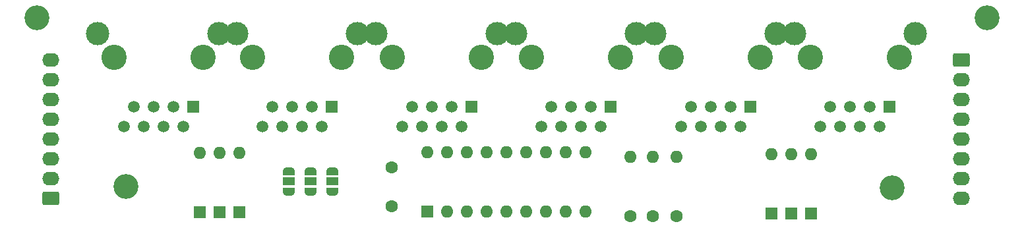
<source format=gts>
G04 #@! TF.GenerationSoftware,KiCad,Pcbnew,7.0.1*
G04 #@! TF.CreationDate,2023-07-05T16:18:13-05:00*
G04 #@! TF.ProjectId,pn5180 mcp23008 breakout board,706e3531-3830-4206-9d63-703233303038,rev?*
G04 #@! TF.SameCoordinates,Original*
G04 #@! TF.FileFunction,Soldermask,Top*
G04 #@! TF.FilePolarity,Negative*
%FSLAX46Y46*%
G04 Gerber Fmt 4.6, Leading zero omitted, Abs format (unit mm)*
G04 Created by KiCad (PCBNEW 7.0.1) date 2023-07-05 16:18:13*
%MOMM*%
%LPD*%
G01*
G04 APERTURE LIST*
G04 Aperture macros list*
%AMRoundRect*
0 Rectangle with rounded corners*
0 $1 Rounding radius*
0 $2 $3 $4 $5 $6 $7 $8 $9 X,Y pos of 4 corners*
0 Add a 4 corners polygon primitive as box body*
4,1,4,$2,$3,$4,$5,$6,$7,$8,$9,$2,$3,0*
0 Add four circle primitives for the rounded corners*
1,1,$1+$1,$2,$3*
1,1,$1+$1,$4,$5*
1,1,$1+$1,$6,$7*
1,1,$1+$1,$8,$9*
0 Add four rect primitives between the rounded corners*
20,1,$1+$1,$2,$3,$4,$5,0*
20,1,$1+$1,$4,$5,$6,$7,0*
20,1,$1+$1,$6,$7,$8,$9,0*
20,1,$1+$1,$8,$9,$2,$3,0*%
%AMFreePoly0*
4,1,19,0.550000,-0.750000,0.000000,-0.750000,0.000000,-0.744911,-0.071157,-0.744911,-0.207708,-0.704816,-0.327430,-0.627875,-0.420627,-0.520320,-0.479746,-0.390866,-0.500000,-0.250000,-0.500000,0.250000,-0.479746,0.390866,-0.420627,0.520320,-0.327430,0.627875,-0.207708,0.704816,-0.071157,0.744911,0.000000,0.744911,0.000000,0.750000,0.550000,0.750000,0.550000,-0.750000,0.550000,-0.750000,
$1*%
%AMFreePoly1*
4,1,19,0.000000,0.744911,0.071157,0.744911,0.207708,0.704816,0.327430,0.627875,0.420627,0.520320,0.479746,0.390866,0.500000,0.250000,0.500000,-0.250000,0.479746,-0.390866,0.420627,-0.520320,0.327430,-0.627875,0.207708,-0.704816,0.071157,-0.744911,0.000000,-0.744911,0.000000,-0.750000,-0.550000,-0.750000,-0.550000,0.750000,0.000000,0.750000,0.000000,0.744911,0.000000,0.744911,
$1*%
G04 Aperture macros list end*
%ADD10R,1.600000X1.600000*%
%ADD11O,1.600000X1.600000*%
%ADD12C,3.000000*%
%ADD13C,1.500000*%
%ADD14R,1.500000X1.500000*%
%ADD15C,3.250000*%
%ADD16C,3.200000*%
%ADD17FreePoly0,90.000000*%
%ADD18R,1.500000X1.000000*%
%ADD19FreePoly1,90.000000*%
%ADD20RoundRect,0.250000X-0.845000X0.620000X-0.845000X-0.620000X0.845000X-0.620000X0.845000X0.620000X0*%
%ADD21O,2.190000X1.740000*%
%ADD22C,1.600000*%
%ADD23RoundRect,0.250000X0.845000X-0.620000X0.845000X0.620000X-0.845000X0.620000X-0.845000X-0.620000X0*%
G04 APERTURE END LIST*
D10*
X138811000Y-104775000D03*
D11*
X141351000Y-104775000D03*
X143891000Y-104775000D03*
X146431000Y-104775000D03*
X148971000Y-104775000D03*
X151511000Y-104775000D03*
X154051000Y-104775000D03*
X156591000Y-104775000D03*
X159131000Y-104775000D03*
X159131000Y-97155000D03*
X156591000Y-97155000D03*
X154051000Y-97155000D03*
X151511000Y-97155000D03*
X148971000Y-97155000D03*
X146431000Y-97155000D03*
X143891000Y-97155000D03*
X141351000Y-97155000D03*
X138811000Y-97155000D03*
D12*
X150114000Y-81915000D03*
X165654000Y-81915000D03*
D13*
X153439000Y-93855000D03*
X154709000Y-91315000D03*
X155979000Y-93855000D03*
X157249000Y-91315000D03*
X158519000Y-93855000D03*
X159789000Y-91315000D03*
X161059000Y-93855000D03*
D14*
X162329000Y-91315000D03*
D15*
X152169000Y-84965000D03*
X163599000Y-84965000D03*
D16*
X198501000Y-101727000D03*
D12*
X114300000Y-81915000D03*
X129840000Y-81915000D03*
D13*
X117625000Y-93855000D03*
X118895000Y-91315000D03*
X120165000Y-93855000D03*
X121435000Y-91315000D03*
X122705000Y-93855000D03*
X123975000Y-91315000D03*
X125245000Y-93855000D03*
D14*
X126515000Y-91315000D03*
D15*
X116355000Y-84965000D03*
X127785000Y-84965000D03*
D16*
X88646000Y-79883000D03*
D17*
X120961000Y-102222000D03*
D18*
X120961000Y-100922000D03*
D19*
X120961000Y-99622000D03*
D11*
X114681000Y-97282000D03*
D10*
X114681000Y-104902000D03*
D20*
X207391000Y-85344000D03*
D21*
X207391000Y-87884000D03*
X207391000Y-90424000D03*
X207391000Y-92964000D03*
X207391000Y-95504000D03*
X207391000Y-98044000D03*
X207391000Y-100584000D03*
X207391000Y-103124000D03*
D10*
X185547000Y-105029000D03*
D11*
X185547000Y-97409000D03*
D16*
X210693000Y-79883000D03*
D22*
X170815000Y-105410000D03*
D11*
X170815000Y-97790000D03*
D17*
X126549000Y-102222000D03*
D18*
X126549000Y-100922000D03*
D19*
X126549000Y-99622000D03*
D12*
X96474000Y-81915000D03*
X112014000Y-81915000D03*
D13*
X99799000Y-93855000D03*
X101069000Y-91315000D03*
X102339000Y-93855000D03*
X103609000Y-91315000D03*
X104879000Y-93855000D03*
X106149000Y-91315000D03*
X107419000Y-93855000D03*
D14*
X108689000Y-91315000D03*
D15*
X98529000Y-84965000D03*
X109959000Y-84965000D03*
X199413000Y-84965000D03*
X187983000Y-84965000D03*
D14*
X198143000Y-91315000D03*
D13*
X196873000Y-93855000D03*
X195603000Y-91315000D03*
X194333000Y-93855000D03*
X193063000Y-91315000D03*
X191793000Y-93855000D03*
X190523000Y-91315000D03*
X189253000Y-93855000D03*
D12*
X201468000Y-81915000D03*
X185928000Y-81915000D03*
D10*
X183007000Y-105029000D03*
D11*
X183007000Y-97409000D03*
D22*
X134239000Y-104100000D03*
X134239000Y-99100000D03*
D10*
X188087000Y-105029000D03*
D11*
X188087000Y-97409000D03*
D23*
X90424000Y-103124000D03*
D21*
X90424000Y-100584000D03*
X90424000Y-98044000D03*
X90424000Y-95504000D03*
X90424000Y-92964000D03*
X90424000Y-90424000D03*
X90424000Y-87884000D03*
X90424000Y-85344000D03*
D17*
X123755000Y-102222000D03*
D18*
X123755000Y-100922000D03*
D19*
X123755000Y-99622000D03*
D10*
X109601000Y-104902000D03*
D11*
X109601000Y-97282000D03*
D22*
X164846000Y-105410000D03*
D11*
X164846000Y-97790000D03*
D22*
X167767000Y-105410000D03*
D11*
X167767000Y-97790000D03*
X112141000Y-97282000D03*
D10*
X112141000Y-104902000D03*
D12*
X132207000Y-81915000D03*
X147747000Y-81915000D03*
D13*
X135532000Y-93855000D03*
X136802000Y-91315000D03*
X138072000Y-93855000D03*
X139342000Y-91315000D03*
X140612000Y-93855000D03*
X141882000Y-91315000D03*
X143152000Y-93855000D03*
D14*
X144422000Y-91315000D03*
D15*
X134262000Y-84965000D03*
X145692000Y-84965000D03*
D16*
X100076000Y-101600000D03*
D12*
X168021000Y-81915000D03*
X183561000Y-81915000D03*
D13*
X171346000Y-93855000D03*
X172616000Y-91315000D03*
X173886000Y-93855000D03*
X175156000Y-91315000D03*
X176426000Y-93855000D03*
X177696000Y-91315000D03*
X178966000Y-93855000D03*
D14*
X180236000Y-91315000D03*
D15*
X170076000Y-84965000D03*
X181506000Y-84965000D03*
M02*

</source>
